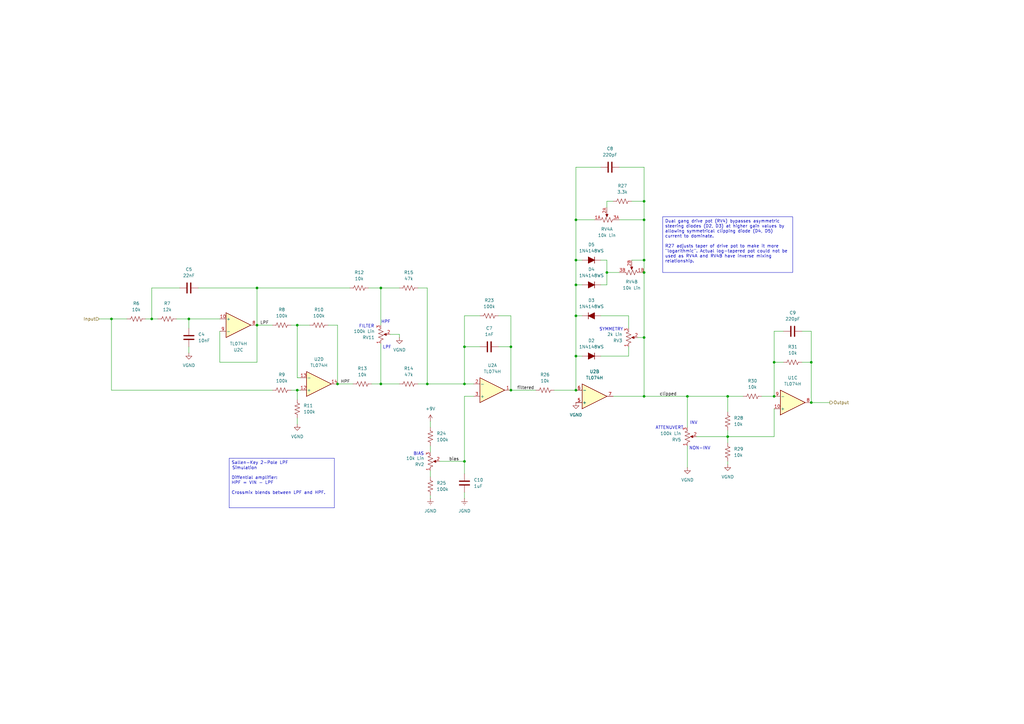
<source format=kicad_sch>
(kicad_sch (version 20250114) (generator "eeschema") (generator_version "9.0")
  (paper "A3")
  (title_block (title "Over-Complicated Distortion (OCD)") (date "2025-09-14") (rev "A") (company "Osprey Instruments"))
  (lib_symbols
    (symbol "Amplifier_Operational:TL074" (pin_names (offset 0.127))
      (property "Reference" "U" (at 0 5.08 0))
      (property "Value" "TL074" (at 0 -5.08 0))
      (symbol "TL074_1_1"
        (polyline (pts (xy -5.08 5.08) (xy 5.08 0) (xy -5.08 -5.08) (xy -5.08 5.08)) (stroke (width 0.254)) (fill (type background)))
        (pin input line (at -7.62 2.54 0) (length 2.54) (name "+") (number "3"))
        (pin input line (at -7.62 -2.54 0) (length 2.54) (name "-") (number "2"))
        (pin output line (at 7.62 0 180) (length 2.54) (name "~") (number "1"))
      )
      (symbol "TL074_2_1"
        (polyline (pts (xy -5.08 5.08) (xy 5.08 0) (xy -5.08 -5.08) (xy -5.08 5.08)) (stroke (width 0.254)) (fill (type background)))
        (pin input line (at -7.62 2.54 0) (length 2.54) (name "+") (number "5"))
        (pin input line (at -7.62 -2.54 0) (length 2.54) (name "-") (number "6"))
        (pin output line (at 7.62 0 180) (length 2.54) (name "~") (number "7"))
      )
      (symbol "TL074_3_1"
        (polyline (pts (xy -5.08 5.08) (xy 5.08 0) (xy -5.08 -5.08) (xy -5.08 5.08)) (stroke (width 0.254)) (fill (type background)))
        (pin input line (at -7.62 2.54 0) (length 2.54) (name "+") (number "10"))
        (pin input line (at -7.62 -2.54 0) (length 2.54) (name "-") (number "9"))
        (pin output line (at 7.62 0 180) (length 2.54) (name "~") (number "8"))
      )
      (symbol "TL074_4_1"
        (polyline (pts (xy -5.08 5.08) (xy 5.08 0) (xy -5.08 -5.08) (xy -5.08 5.08)) (stroke (width 0.254)) (fill (type background)))
        (pin input line (at -7.62 2.54 0) (length 2.54) (name "+") (number "12"))
        (pin input line (at -7.62 -2.54 0) (length 2.54) (name "-") (number "13"))
        (pin output line (at 7.62 0 180) (length 2.54) (name "~") (number "14"))
      )
      (symbol "TL074_5_1"
        (pin power_in line (at -2.54 7.62 270) (length 3.81) (name "V+") (number "4"))
        (pin power_in line (at -2.54 -7.62 90) (length 3.81) (name "V-") (number "11"))
      )
    )
    (symbol "Device:C" (pin_numbers (hide yes)) (pin_names (offset 0.254))
      (property "Reference" "C" (at 0.635 2.54 0))
      (property "Value" "C" (at 0.635 -2.54 0))
      (symbol "C_0_1"
        (polyline (pts (xy -2.032 0.762) (xy 2.032 0.762)) (stroke (width 0.508)))
        (polyline (pts (xy -2.032 -0.762) (xy 2.032 -0.762)) (stroke (width 0.508)))
      )
      (symbol "C_1_1"
        (pin passive line (at 0 3.81 270) (length 2.794) (name "~") (number "1"))
        (pin passive line (at 0 -3.81 90) (length 2.794) (name "~") (number "2"))
      )
    )
    (symbol "Device:R_Potentiometer_US" (pin_names (offset 1.016) (hide yes))
      (property "Reference" "RV" (at -4.445 0 90))
      (property "Value" "R_Potentiometer_US" (at -2.54 0 90))
      (symbol "R_Potentiometer_US_0_1"
        (polyline (pts (xy 0 2.54) (xy 0 2.286)))
        (polyline (pts (xy 0 2.286) (xy 1.016 1.905) (xy 0 1.524) (xy -1.016 1.143) (xy 0 0.762)))
        (polyline (pts (xy 0 0.762) (xy 1.016 0.381) (xy 0 0) (xy -1.016 -0.381) (xy 0 -0.762)))
        (polyline (pts (xy 0 -0.762) (xy 1.016 -1.143) (xy 0 -1.524) (xy -1.016 -1.905) (xy 0 -2.286)))
        (polyline (pts (xy 0 -2.286) (xy 0 -2.54)))
        (polyline (pts (xy 1.143 0) (xy 2.286 0.508) (xy 2.286 -0.508) (xy 1.143 0)) (fill (type outline)))
        (polyline (pts (xy 2.54 0) (xy 1.524 0)))
      )
      (symbol "R_Potentiometer_US_1_1"
        (pin passive line (at 0 3.81 270) (length 1.27) (name "1") (number "1"))
        (pin passive line (at 0 -3.81 90) (length 1.27) (name "3") (number "3"))
        (pin passive line (at 3.81 0 180) (length 1.27) (name "2") (number "2"))
      )
    )
    (symbol "Device:R_US" (pin_numbers (hide yes)) (pin_names (offset 0))
      (property "Reference" "R" (at 2.54 0 90))
      (property "Value" "R_US" (at -2.54 0 90))
      (symbol "R_US_0_1"
        (polyline (pts (xy 0 2.286) (xy 0 2.54)))
        (polyline (pts (xy 0 2.286) (xy 1.016 1.905) (xy 0 1.524) (xy -1.016 1.143) (xy 0 0.762)))
        (polyline (pts (xy 0 0.762) (xy 1.016 0.381) (xy 0 0) (xy -1.016 -0.381) (xy 0 -0.762)))
        (polyline (pts (xy 0 -0.762) (xy 1.016 -1.143) (xy 0 -1.524) (xy -1.016 -1.905) (xy 0 -2.286)))
        (polyline (pts (xy 0 -2.286) (xy 0 -2.54)))
      )
      (symbol "R_US_1_1"
        (pin passive line (at 0 3.81 270) (length 1.27) (name "~") (number "1"))
        (pin passive line (at 0 -3.81 90) (length 1.27) (name "~") (number "2"))
      )
    )
    (symbol "Osprey_Symbols:Potentiometer_Dual"
      (property "Reference" "RV" (at -4.064 0 90))
      (property "Value" "Value" (at -2.286 0 90))
      (symbol "Potentiometer_Dual_0_1"
        (polyline (pts (xy 0 2.54) (xy 0 2.286)))
        (polyline (pts (xy 0 2.286) (xy 1.016 1.905) (xy 0 1.524) (xy -1.016 1.143) (xy 0 0.762)))
        (polyline (pts (xy 0 0.762) (xy 1.016 0.381) (xy 0 0) (xy -1.016 -0.381) (xy 0 -0.762)))
        (polyline (pts (xy 0 -0.762) (xy 1.016 -1.143) (xy 0 -1.524) (xy -1.016 -1.905) (xy 0 -2.286)))
        (polyline (pts (xy 0 -2.286) (xy 0 -2.54)))
        (polyline (pts (xy 1.143 0) (xy 2.286 0.508) (xy 2.286 -0.508) (xy 1.143 0)) (fill (type outline)))
        (polyline (pts (xy 2.54 0) (xy 1.524 0)))
      )
      (symbol "Potentiometer_Dual_1_1"
        (pin passive line (at 0 5.08 270) (length 2.54) (name "1A") (number "1A"))
        (pin passive line (at 0 -5.08 90) (length 2.54) (name "3A") (number "3A"))
        (pin passive line (at 5.08 0 180) (length 2.54) (name "2A") (number "2A"))
      )
      (symbol "Potentiometer_Dual_2_1"
        (pin passive line (at 0 5.08 270) (length 2.54) (name "1B") (number "1B"))
        (pin passive line (at 0 -5.08 90) (length 2.54) (name "3B") (number "3B"))
        (pin passive line (at 5.08 0 180) (length 2.54) (name "2B") (number "2B"))
      )
    )
    (symbol "PCM_Diode_AKL:1N4148WS" (pin_numbers (hide yes)) (pin_names (offset 1.016) (hide yes))
      (property "Reference" "D" (at 0 5.08 0))
      (property "Value" "1N4148WS" (at 0 2.54 0))
      (symbol "1N4148WS_0_1"
        (polyline (pts (xy -1.27 1.27) (xy -1.27 -1.27) (xy 1.27 0) (xy -1.27 1.27)) (stroke (width 0.254)) (fill (type outline)))
        (polyline (pts (xy -1.27 0) (xy 1.27 0)))
        (polyline (pts (xy 1.27 1.27) (xy 1.27 -1.27)) (stroke (width 0.254)))
      )
      (symbol "1N4148WS_0_2"
        (polyline (pts (xy -2.54 -2.54) (xy 2.54 2.54)))
        (polyline (pts (xy -0.889 -0.889) (xy -1.778 0) (xy 0.889 0.889) (xy 0 -1.778) (xy -0.889 -0.889)) (stroke (width 0.254)) (fill (type outline)))
        (polyline (pts (xy 0 1.778) (xy 1.778 0)) (stroke (width 0.254)))
      )
      (symbol "1N4148WS_1_1"
        (pin passive line (at -3.81 0 0) (length 2.54) (name "A") (number "2"))
        (pin passive line (at 3.81 0 180) (length 2.54) (name "K") (number "1"))
      )
      (symbol "1N4148WS_1_2"
        (pin passive line (at -2.54 -2.54 0) (length 0) (name "A") (number "2"))
        (pin passive line (at 2.54 2.54 180) (length 0) (name "K") (number "1"))
      )
    )
    (symbol "power:+9V" (power) (pin_numbers (hide yes)) (pin_names (offset 0) (hide yes))
      (property "Value" "+9V" (at 0 3.556 0))
      (symbol "+9V_0_1"
        (polyline (pts (xy -0.762 1.27) (xy 0 2.54)))
        (polyline (pts (xy 0 2.54) (xy 0.762 1.27)))
        (polyline (pts (xy 0 0) (xy 0 2.54)))
      )
      (symbol "+9V_1_1"
        (pin power_in line (at 0 0 90) (length 0) (name "~") (number "1"))
      )
    )
    (symbol "power:Earth" (power) (pin_numbers (hide yes)) (pin_names (offset 0) (hide yes))
      (property "Value" "Earth" (at 0 -3.81 0))
      (symbol "Earth_0_1"
        (polyline (pts (xy -0.635 -1.905) (xy 0.635 -1.905)))
        (polyline (pts (xy -0.127 -2.54) (xy 0.127 -2.54)))
        (polyline (pts (xy 0 -1.27) (xy 0 0)))
        (polyline (pts (xy 1.27 -1.27) (xy -1.27 -1.27)))
      )
      (symbol "Earth_1_1"
        (pin power_in line (at 0 0 270) (length 0) (name "~") (number "1"))
      )
    )
    (symbol "power:GND" (power) (pin_numbers (hide yes)) (pin_names (offset 0) (hide yes))
      (property "Value" "GND" (at 0 -3.81 0))
      (symbol "GND_0_1"
        (polyline (pts (xy 0 0) (xy 0 -1.27) (xy 1.27 -1.27) (xy 0 -2.54) (xy -1.27 -1.27) (xy 0 -1.27)))
      )
      (symbol "GND_1_1"
        (pin power_in line (at 0 0 270) (length 0) (name "~") (number "1"))
      )
    )
  )
  (text "ATTENUVERT" (at 274.574 175.514 0) (effects (font (size 1.27 1.27))))
  (text "FILTER" (at 150.368 133.858 0) (effects (font (size 1.27 1.27))))
  (text "BIAS" (at 171.704 186.182 0) (effects (font (size 1.27 1.27))))
  (text "HPF" (at 158.242 132.08 0) (effects (font (size 1.27 1.27))))
  (text "INV" (at 284.48 173.482 0) (effects (font (size 1.27 1.27))))
  (text "LPF\n" (at 158.75 142.494 0) (effects (font (size 1.27 1.27))))
  (text "NON-INV" (at 287.02 183.896 0) (effects (font (size 1.27 1.27))))
  (text "SYMMETRY" (at 250.698 135.128 0) (effects (font (size 1.27 1.27))))
  (text "Simulation" (at 100.33 192.024 0) (effects (font (size 1.27 1.27))))
  (text_box "Sallen-Key 2-Pole LPF\n\n\nDiffential amplifier:\nHPF = VIN - LPF\n\nCrossmix blends between LPF and HPF." (at 93.98 187.96 0) (size 43.18 20.32) (margins 0.9525 0.9525 0.9525 0.9525) (effects (font (size 1.27 1.27)) (justify left top)))
  (text_box "Dual gang drive pot (RV4) bypasses asymmetric steering diodes (D2, D3) at higher gain values by allowing symmetrical clipping diode (D4, D5) current to dominate.\n\nR27 adjusts taper of drive pot to make it more \"logarithmic\". Actual log-tapered pot could not be used as RV4A and RV4B have inverse mixing relationship." (at 271.78 88.9 0) (size 53.34 22.86) (margins 0.9525 0.9525 0.9525 0.9525) (effects (font (size 1.27 1.27)) (justify left top)))
  (junction (at 281.94 162.56))
  (junction (at 156.21 118.11))
  (junction (at 62.23 130.81))
  (junction (at 264.16 106.68))
  (junction (at 332.74 148.59))
  (junction (at 264.16 111.76))
  (junction (at 45.72 130.81))
  (junction (at 156.21 157.48))
  (junction (at 121.92 133.35))
  (junction (at 264.16 138.43))
  (junction (at 236.22 129.54))
  (junction (at 175.26 157.48))
  (junction (at 317.5 148.59))
  (junction (at 121.92 160.02))
  (junction (at 77.47 130.81))
  (junction (at 236.22 146.05))
  (junction (at 298.45 179.07))
  (junction (at 317.5 162.56))
  (junction (at 209.55 142.24))
  (junction (at 236.22 90.17))
  (junction (at 264.16 162.56))
  (junction (at 248.92 111.76))
  (junction (at 236.22 106.68))
  (junction (at 190.5 157.48))
  (junction (at 236.22 116.84))
  (junction (at 105.41 118.11))
  (junction (at 264.16 90.17))
  (junction (at 264.16 82.55))
  (junction (at 332.74 165.1))
  (junction (at 298.45 162.56))
  (junction (at 138.43 157.48))
  (junction (at 236.22 160.02))
  (junction (at 190.5 142.24))
  (junction (at 209.55 160.02))
  (junction (at 190.5 189.23))
  (junction (at 105.41 133.35))
  (wire (pts (xy 52.07 130.81) (xy 45.72 130.81)))
  (wire (pts (xy 62.23 130.81) (xy 64.77 130.81)))
  (wire (pts (xy 176.53 193.04) (xy 176.53 195.58)))
  (wire (pts (xy 121.92 154.94) (xy 123.19 154.94)))
  (wire (pts (xy 156.21 157.48) (xy 152.4 157.48)))
  (wire (pts (xy 105.41 118.11) (xy 143.51 118.11)))
  (wire (pts (xy 121.92 160.02) (xy 121.92 163.83)))
  (wire (pts (xy 171.45 118.11) (xy 175.26 118.11)))
  (wire (pts (xy 264.16 90.17) (xy 264.16 106.68)))
  (wire (pts (xy 180.34 189.23) (xy 190.5 189.23)))
  (wire (pts (xy 190.5 201.93) (xy 190.5 204.47)))
  (wire (pts (xy 190.5 142.24) (xy 190.5 157.48)))
  (wire (pts (xy 236.22 68.58) (xy 236.22 90.17)))
  (wire (pts (xy 254 68.58) (xy 264.16 68.58)))
  (wire (pts (xy 105.41 133.35) (xy 111.76 133.35)))
  (wire (pts (xy 312.42 162.56) (xy 317.5 162.56)))
  (wire (pts (xy 238.76 146.05) (xy 236.22 146.05)))
  (wire (pts (xy 281.94 182.88) (xy 281.94 191.77)))
  (wire (pts (xy 209.55 129.54) (xy 209.55 142.24)))
  (wire (pts (xy 236.22 129.54) (xy 236.22 146.05)))
  (wire (pts (xy 59.69 130.81) (xy 62.23 130.81)))
  (wire (pts (xy 238.76 106.68) (xy 236.22 106.68)))
  (wire (pts (xy 248.92 82.55) (xy 248.92 85.09)))
  (wire (pts (xy 259.08 106.68) (xy 264.16 106.68)))
  (wire (pts (xy 138.43 157.48) (xy 144.78 157.48)))
  (wire (pts (xy 264.16 162.56) (xy 281.94 162.56)))
  (wire (pts (xy 321.31 135.89) (xy 317.5 135.89)))
  (wire (pts (xy 190.5 157.48) (xy 194.31 157.48)))
  (wire (pts (xy 209.55 142.24) (xy 209.55 160.02)))
  (wire (pts (xy 163.83 138.43) (xy 163.83 137.16)))
  (wire (pts (xy 156.21 118.11) (xy 163.83 118.11)))
  (wire (pts (xy 121.92 133.35) (xy 127 133.35)))
  (wire (pts (xy 248.92 116.84) (xy 248.92 111.76)))
  (wire (pts (xy 105.41 148.59) (xy 105.41 133.35)))
  (wire (pts (xy 236.22 106.68) (xy 236.22 116.84)))
  (wire (pts (xy 281.94 162.56) (xy 281.94 175.26)))
  (wire (pts (xy 171.45 157.48) (xy 175.26 157.48)))
  (wire (pts (xy 175.26 118.11) (xy 175.26 157.48)))
  (wire (pts (xy 298.45 190.5) (xy 298.45 189.23)))
  (wire (pts (xy 156.21 133.35) (xy 156.21 118.11)))
  (wire (pts (xy 77.47 130.81) (xy 77.47 134.62)))
  (wire (pts (xy 264.16 162.56) (xy 264.16 138.43)))
  (wire (pts (xy 236.22 116.84) (xy 236.22 129.54)))
  (wire (pts (xy 285.75 179.07) (xy 298.45 179.07)))
  (wire (pts (xy 190.5 129.54) (xy 190.5 142.24)))
  (wire (pts (xy 227.33 160.02) (xy 236.22 160.02)))
  (wire (pts (xy 257.81 146.05) (xy 257.81 142.24)))
  (wire (pts (xy 236.22 90.17) (xy 236.22 106.68)))
  (wire (pts (xy 121.92 133.35) (xy 119.38 133.35)))
  (wire (pts (xy 257.81 129.54) (xy 257.81 134.62)))
  (wire (pts (xy 138.43 133.35) (xy 138.43 157.48)))
  (wire (pts (xy 298.45 162.56) (xy 298.45 168.91)))
  (wire (pts (xy 119.38 160.02) (xy 121.92 160.02)))
  (wire (pts (xy 81.28 118.11) (xy 105.41 118.11)))
  (wire (pts (xy 121.92 154.94) (xy 121.92 133.35)))
  (wire (pts (xy 332.74 165.1) (xy 340.36 165.1)))
  (wire (pts (xy 111.76 160.02) (xy 45.72 160.02)))
  (wire (pts (xy 261.62 138.43) (xy 264.16 138.43)))
  (wire (pts (xy 105.41 118.11) (xy 105.41 133.35)))
  (wire (pts (xy 190.5 189.23) (xy 190.5 194.31)))
  (wire (pts (xy 332.74 148.59) (xy 332.74 165.1)))
  (wire (pts (xy 204.47 142.24) (xy 209.55 142.24)))
  (wire (pts (xy 90.17 135.89) (xy 90.17 148.59)))
  (wire (pts (xy 72.39 130.81) (xy 77.47 130.81)))
  (wire (pts (xy 248.92 111.76) (xy 248.92 106.68)))
  (wire (pts (xy 298.45 179.07) (xy 298.45 181.61)))
  (wire (pts (xy 156.21 157.48) (xy 163.83 157.48)))
  (wire (pts (xy 317.5 179.07) (xy 298.45 179.07)))
  (wire (pts (xy 328.93 135.89) (xy 332.74 135.89)))
  (wire (pts (xy 317.5 148.59) (xy 317.5 162.56)))
  (wire (pts (xy 156.21 118.11) (xy 151.13 118.11)))
  (wire (pts (xy 332.74 135.89) (xy 332.74 148.59)))
  (wire (pts (xy 190.5 189.23) (xy 190.5 162.56)))
  (wire (pts (xy 121.92 160.02) (xy 123.19 160.02)))
  (wire (pts (xy 190.5 162.56) (xy 194.31 162.56)))
  (wire (pts (xy 248.92 111.76) (xy 254 111.76)))
  (wire (pts (xy 156.21 140.97) (xy 156.21 157.48)))
  (wire (pts (xy 73.66 118.11) (xy 62.23 118.11)))
  (wire (pts (xy 246.38 129.54) (xy 257.81 129.54)))
  (wire (pts (xy 175.26 157.48) (xy 190.5 157.48)))
  (wire (pts (xy 176.53 172.72) (xy 176.53 175.26)))
  (wire (pts (xy 264.16 138.43) (xy 264.16 111.76)))
  (wire (pts (xy 251.46 162.56) (xy 264.16 162.56)))
  (wire (pts (xy 317.5 167.64) (xy 317.5 179.07)))
  (wire (pts (xy 264.16 106.68) (xy 264.16 111.76)))
  (wire (pts (xy 251.46 82.55) (xy 248.92 82.55)))
  (wire (pts (xy 236.22 146.05) (xy 236.22 160.02)))
  (wire (pts (xy 134.62 133.35) (xy 138.43 133.35)))
  (wire (pts (xy 264.16 68.58) (xy 264.16 82.55)))
  (wire (pts (xy 321.31 148.59) (xy 317.5 148.59)))
  (wire (pts (xy 121.92 171.45) (xy 121.92 173.99)))
  (wire (pts (xy 264.16 82.55) (xy 264.16 90.17)))
  (wire (pts (xy 77.47 130.81) (xy 90.17 130.81)))
  (wire (pts (xy 298.45 176.53) (xy 298.45 179.07)))
  (wire (pts (xy 236.22 129.54) (xy 238.76 129.54)))
  (wire (pts (xy 77.47 142.24) (xy 77.47 144.78)))
  (wire (pts (xy 243.84 90.17) (xy 236.22 90.17)))
  (wire (pts (xy 163.83 137.16) (xy 160.02 137.16)))
  (wire (pts (xy 204.47 129.54) (xy 209.55 129.54)))
  (wire (pts (xy 209.55 160.02) (xy 219.71 160.02)))
  (wire (pts (xy 248.92 106.68) (xy 246.38 106.68)))
  (wire (pts (xy 328.93 148.59) (xy 332.74 148.59)))
  (wire (pts (xy 62.23 118.11) (xy 62.23 130.81)))
  (wire (pts (xy 90.17 148.59) (xy 105.41 148.59)))
  (wire (pts (xy 190.5 142.24) (xy 196.85 142.24)))
  (wire (pts (xy 196.85 129.54) (xy 190.5 129.54)))
  (wire (pts (xy 281.94 162.56) (xy 298.45 162.56)))
  (wire (pts (xy 259.08 82.55) (xy 264.16 82.55)))
  (wire (pts (xy 298.45 162.56) (xy 304.8 162.56)))
  (wire (pts (xy 236.22 116.84) (xy 238.76 116.84)))
  (wire (pts (xy 176.53 182.88) (xy 176.53 185.42)))
  (wire (pts (xy 246.38 68.58) (xy 236.22 68.58)))
  (wire (pts (xy 254 90.17) (xy 264.16 90.17)))
  (wire (pts (xy 40.64 130.81) (xy 45.72 130.81)))
  (wire (pts (xy 246.38 146.05) (xy 257.81 146.05)))
  (wire (pts (xy 246.38 116.84) (xy 248.92 116.84)))
  (wire (pts (xy 176.53 203.2) (xy 176.53 204.47)))
  (wire (pts (xy 45.72 130.81) (xy 45.72 160.02)))
  (wire (pts (xy 317.5 135.89) (xy 317.5 148.59)))
  (label "filtered" (at 212.09 160.02 0))
  (label "LPF" (at 106.68 133.35 0))
  (label "clipped" (at 270.51 162.56 0))
  (label "bias" (at 184.15 189.23 0))
  (label "HPF" (at 139.7 157.48 0))
  (hierarchical_label "Input" (shape input) (at 40.64 130.81 180))
  (hierarchical_label "Output" (shape output) (at 340.36 165.1 0))
  (symbol (lib_id "power:GND") (at 281.94 191.77 0) (unit 1)
    (property "Reference" "#PWR021" (effects (hide yes)))
    (property "Value" "VGND" (at 281.94 196.85 0))
    (property "Description" "Power symbol creates a global label with name \"GND\" , ground" (effects (hide yes)))
  )
  (symbol (lib_id "Device:R_US") (at 130.81 133.35 90) (unit 1)
    (property "Reference" "R10" (at 130.81 127 90))
    (property "Value" "100k" (at 130.81 129.54 90))
    (property "Description" "Resistor, US symbol" (effects (hide yes)))
  )
  (symbol (lib_id "Device:R_US") (at 298.45 185.42 180) (unit 1)
    (property "Reference" "R29" (at 300.99 184.1499 0) (effects (justify right)))
    (property "Value" "10k" (at 300.99 186.6899 0) (effects (justify right)))
    (property "Description" "Resistor, US symbol" (effects (hide yes)))
  )
  (symbol (lib_id "Device:R_US") (at 68.58 130.81 90) (unit 1)
    (property "Reference" "R7" (at 68.58 124.46 90))
    (property "Value" "12k" (at 68.58 127 90))
    (property "Description" "Resistor, US symbol" (effects (hide yes)))
  )
  (symbol (lib_id "power:GND") (at 298.45 190.5 0) (unit 1)
    (property "Reference" "#PWR022" (effects (hide yes)))
    (property "Value" "VGND" (at 298.45 195.58 0))
    (property "Description" "Power symbol creates a global label with name \"GND\" , ground" (effects (hide yes)))
  )
  (symbol (lib_id "PCM_Diode_AKL:1N4148WS") (at 242.57 116.84 0) (unit 1)
    (property "Reference" "D4" (at 242.57 110.49 0))
    (property "Value" "1N4148WS" (at 242.57 113.03 0))
    (property "Footprint" "PCM_Diode_SMD_AKL:D_SOD-323" (effects (hide yes)))
    (property "Datasheet" "https://datasheet.octopart.com/1N4148WS-13-F-Diodes-Inc.-datasheet-11839050.pdf" (effects (hide yes)))
    (property "Description" "SOD-323 Diode, Small Signal, Fast Switching, 75V, 150mA, 4ns, Alternate KiCad Library" (effects (hide yes)))
  )
  (symbol (lib_id "Device:R_Potentiometer_US") (at 257.81 138.43 0) (mirror x) (unit 1)
    (property "Reference" "RV3" (at 255.27 139.7001 0) (effects (justify right)))
    (property "Value" "2k Lin" (at 255.27 137.1601 0) (effects (justify right)))
    (property "Footprint" "Osprey_Footprints:RV16AF-41" (effects (hide yes)))
    (property "Datasheet" "https://www.taydaelectronics.com/datasheets/files/A-5419-1.pdf" (effects (hide yes)))
    (property "Description" "TAYDA 2K OHM Linear Taper Potentiometer PCB Mount Round Shaft Dia: 6.35mm" (effects (hide yes)))
    (property "Manufacturer" " Tayda Electronics" (effects (hide yes)))
    (property "Part Number" " RV16AF-41-15R1-B2K" (effects (hide yes)))
    (property "Distributer" "TAYDA" (effects (hide yes)))
    (property "SKU" "A-3921" (effects (hide yes)))
  )
  (symbol (lib_id "PCM_Diode_AKL:1N4148WS") (at 242.57 106.68 0) (unit 1)
    (property "Reference" "D5" (at 242.57 100.33 0))
    (property "Value" "1N4148WS" (at 242.57 102.87 0))
    (property "Footprint" "PCM_Diode_SMD_AKL:D_SOD-323" (effects (hide yes)))
    (property "Datasheet" "https://datasheet.octopart.com/1N4148WS-13-F-Diodes-Inc.-datasheet-11839050.pdf" (effects (hide yes)))
    (property "Description" "SOD-323 Diode, Small Signal, Fast Switching, 75V, 150mA, 4ns, Alternate KiCad Library" (effects (hide yes)))
  )
  (symbol (lib_id "Device:R_US") (at 115.57 160.02 90) (unit 1)
    (property "Reference" "R9" (at 115.57 153.67 90))
    (property "Value" "100k" (at 115.57 156.21 90))
    (property "Description" "Resistor, US symbol" (effects (hide yes)))
  )
  (symbol (lib_id "Amplifier_Operational:TL074") (at 130.81 157.48 0) (mirror x) (unit 4)
    (property "Reference" "U2" (at 130.81 147.32 0))
    (property "Value" "TL074H" (at 130.81 149.86 0))
    (property "Footprint" "Package_SO:SOIC-14_3.9x8.7mm_P1.27mm" (effects (hide yes)))
    (property "Datasheet" "http://www.ti.com/lit/ds/symlink/tl071.pdf" (effects (hide yes)))
    (property "Description" "Quad Low-Noise JFET-Input Operational Amplifiers, DIP-14/SOIC-14" (effects (hide yes)))
    (property "Manufacturer" "Texas Instruments" (effects (hide yes)))
    (property "Part Number" "TL074HIDR" (effects (hide yes)))
  )
  (symbol (lib_id "Device:R_US") (at 176.53 199.39 180) (unit 1)
    (property "Reference" "R25" (at 179.07 198.1199 0) (effects (justify right)))
    (property "Value" "100k" (at 179.07 200.6599 0) (effects (justify right)))
    (property "Description" "Resistor, US symbol" (effects (hide yes)))
  )
  (symbol (lib_id "power:Earth") (at 176.53 204.47 0) (unit 1)
    (property "Reference" "#PWR019" (effects (hide yes)))
    (property "Value" "JGND" (at 176.53 209.55 0))
    (property "Description" "Power symbol creates a global label with name \"Earth\"" (effects (hide yes)))
  )
  (symbol (lib_id "Device:R_US") (at 255.27 82.55 90) (unit 1)
    (property "Reference" "R27" (at 255.27 76.2 90))
    (property "Value" "3.3k" (at 255.27 78.74 90))
    (property "Description" "Resistor, US symbol" (effects (hide yes)))
  )
  (symbol (lib_id "PCM_Diode_AKL:1N4148WS") (at 242.57 146.05 0) (unit 1)
    (property "Reference" "D2" (at 242.57 139.7 0))
    (property "Value" "1N4148WS" (at 242.57 142.24 0))
    (property "Footprint" "PCM_Diode_SMD_AKL:D_SOD-323" (effects (hide yes)))
    (property "Datasheet" "https://datasheet.octopart.com/1N4148WS-13-F-Diodes-Inc.-datasheet-11839050.pdf" (effects (hide yes)))
    (property "Description" "SOD-323 Diode, Small Signal, Fast Switching, 75V, 150mA, 4ns, Alternate KiCad Library" (effects (hide yes)))
  )
  (symbol (lib_id "power:GND") (at 236.22 165.1 0) (unit 1)
    (property "Reference" "#PWR020" (effects (hide yes)))
    (property "Value" "VGND" (at 236.22 170.18 0))
    (property "Description" "Power symbol creates a global label with name \"GND\" , ground" (effects (hide yes)))
  )
  (symbol (lib_id "power:GND") (at 163.83 138.43 0) (unit 1)
    (property "Reference" "#PWR014" (effects (hide yes)))
    (property "Value" "VGND" (at 163.83 143.51 0))
    (property "Description" "Power symbol creates a global label with name \"GND\" , ground" (effects (hide yes)))
  )
  (symbol (lib_id "Amplifier_Operational:TL074") (at 201.93 160.02 0) (mirror x) (unit 1)
    (property "Reference" "U2" (at 201.93 149.86 0))
    (property "Value" "TL074H" (at 201.93 152.4 0))
    (property "Footprint" "Package_SO:SOIC-14_3.9x8.7mm_P1.27mm" (effects (hide yes)))
    (property "Datasheet" "http://www.ti.com/lit/ds/symlink/tl071.pdf" (effects (hide yes)))
    (property "Description" "Quad Low-Noise JFET-Input Operational Amplifiers, DIP-14/SOIC-14" (effects (hide yes)))
    (property "Manufacturer" "Texas Instruments" (effects (hide yes)))
    (property "Part Number" "TL074HIDR" (effects (hide yes)))
  )
  (symbol (lib_id "Device:R_US") (at 308.61 162.56 270) (unit 1)
    (property "Reference" "R30" (at 308.61 156.21 90))
    (property "Value" "10k" (at 308.61 158.75 90))
    (property "Description" "Resistor, US symbol" (effects (hide yes)))
  )
  (symbol (lib_id "Device:C") (at 325.12 135.89 270) (unit 1)
    (property "Reference" "C9" (at 325.12 128.27 90))
    (property "Value" "220pF" (at 325.12 130.81 90))
    (property "Description" "Unpolarized capacitor" (effects (hide yes)))
  )
  (symbol (lib_id "Device:R_Potentiometer_US") (at 156.21 137.16 0) (mirror x) (unit 1)
    (property "Reference" "RV11" (at 153.67 138.4301 0) (effects (justify right)))
    (property "Value" "100k Lin" (at 153.67 135.8901 0) (effects (justify right)))
    (property "Footprint" "Osprey_Footprints:RV16AF-41" (effects (hide yes)))
    (property "Datasheet" "https://www.taydaelectronics.com/datasheets/files/A-5419-1.pdf" (effects (hide yes)))
    (property "Description" "TAYDA 100K OHM Linear Taper Potentiometer PCB Mount Round Shaft Dia: 6.35mm" (effects (hide yes)))
    (property "Manufacturer" " Tayda Electronics" (effects (hide yes)))
    (property "Part Number" " RV16106NO-OS15A00-B100K-060C" (effects (hide yes)))
    (property "Distributer" "TAYDA" (effects (hide yes)))
    (property "SKU" "A-5519" (effects (hide yes)))
  )
  (symbol (lib_id "power:GND") (at 77.47 144.78 0) (unit 1)
    (property "Reference" "#PWR012" (effects (hide yes)))
    (property "Value" "VGND" (at 77.47 149.86 0))
    (property "Description" "Power symbol creates a global label with name \"GND\" , ground" (effects (hide yes)))
  )
  (symbol (lib_id "Device:R_US") (at 115.57 133.35 90) (unit 1)
    (property "Reference" "R8" (at 115.57 127 90))
    (property "Value" "100k" (at 115.57 129.54 90))
    (property "Description" "Resistor, US symbol" (effects (hide yes)))
  )
  (symbol (lib_id "Device:R_US") (at 325.12 148.59 270) (unit 1)
    (property "Reference" "R31" (at 325.12 142.24 90))
    (property "Value" "10k" (at 325.12 144.78 90))
    (property "Description" "Resistor, US symbol" (effects (hide yes)))
  )
  (symbol (lib_id "Device:C") (at 77.47 118.11 270) (unit 1)
    (property "Reference" "C5" (at 77.47 110.49 90))
    (property "Value" "22nF" (at 77.47 113.03 90))
    (property "Description" "Unpolarized capacitor" (effects (hide yes)))
  )
  (symbol (lib_id "Device:R_US") (at 298.45 172.72 180) (unit 1)
    (property "Reference" "R28" (at 300.99 171.4499 0) (effects (justify right)))
    (property "Value" "10k" (at 300.99 173.9899 0) (effects (justify right)))
    (property "Description" "Resistor, US symbol" (effects (hide yes)))
  )
  (symbol (lib_id "power:+9V") (at 176.53 172.72 0) (unit 1)
    (property "Reference" "#PWR018" (effects (hide yes)))
    (property "Value" "+9V" (at 176.53 167.64 0))
    (property "Description" "Power symbol creates a global label with name \"+9V\"" (effects (hide yes)))
  )
  (symbol (lib_id "Device:R_US") (at 200.66 129.54 90) (unit 1)
    (property "Reference" "R23" (at 200.66 123.19 90))
    (property "Value" "100k" (at 200.66 125.73 90))
    (property "Description" "Resistor, US symbol" (effects (hide yes)))
  )
  (symbol (lib_id "Device:C") (at 77.47 138.43 180) (unit 1)
    (property "Reference" "C4" (at 81.28 137.1599 0) (effects (justify right)))
    (property "Value" "10nF" (at 81.28 139.6999 0) (effects (justify right)))
    (property "Description" "Unpolarized capacitor" (effects (hide yes)))
  )
  (symbol (lib_id "Amplifier_Operational:TL074") (at 243.84 162.56 0) (mirror x) (unit 2)
    (property "Reference" "U2" (at 243.84 152.4 0))
    (property "Value" "TL074H" (at 243.84 154.94 0))
    (property "Footprint" "Package_SO:SOIC-14_3.9x8.7mm_P1.27mm" (effects (hide yes)))
    (property "Datasheet" "http://www.ti.com/lit/ds/symlink/tl071.pdf" (effects (hide yes)))
    (property "Description" "Quad Low-Noise JFET-Input Operational Amplifiers, DIP-14/SOIC-14" (effects (hide yes)))
    (property "Manufacturer" "Texas Instruments" (effects (hide yes)))
    (property "Part Number" "TL074HIDR" (effects (hide yes)))
  )
  (symbol (lib_id "Amplifier_Operational:TL074") (at 325.12 165.1 0) (mirror x) (unit 3)
    (property "Reference" "U1" (at 325.12 154.94 0))
    (property "Value" "TL074H" (at 325.12 157.48 0))
    (property "Footprint" "Package_SO:SOIC-14_3.9x8.7mm_P1.27mm" (effects (hide yes)))
    (property "Datasheet" "http://www.ti.com/lit/ds/symlink/tl071.pdf" (effects (hide yes)))
    (property "Description" "Quad Low-Noise JFET-Input Operational Amplifiers, DIP-14/SOIC-14" (effects (hide yes)))
    (property "Manufacturer" "Texas Instruments" (effects (hide yes)))
    (property "Part Number" "TL074HIDR" (effects (hide yes)))
  )
  (symbol (lib_id "Device:R_US") (at 223.52 160.02 90) (unit 1)
    (property "Reference" "R26" (at 223.52 153.67 90))
    (property "Value" "10k" (at 223.52 156.21 90))
    (property "Description" "Resistor, US symbol" (effects (hide yes)))
  )
  (symbol (lib_id "Osprey_Symbols:Potentiometer_Dual") (at 248.92 90.17 90) (unit 1)
    (property "Reference" "RV4" (at 248.92 93.98 90))
    (property "Value" "10k Lin" (at 248.92 96.52 90))
    (property "Footprint" "Osprey_Footprints:RV16A10F-41-(L)R-XXX-3X(3)" (effects (hide yes)))
    (property "Datasheet" "http://www.taydaelectronics.com/datasheets/files/A-5618.pdf" (effects (hide yes)))
    (property "Description" "TAYDA 10K OHM Linear Dual Taper Potentiometer PCB Mount Round Shaft Dia: 6.35mm" (effects (hide yes)))
    (property "Manufacturer" "TAYDA" (effects (hide yes)))
    (property "Part Number" "RV16106GO-0S15AO0-B10K-060" (effects (hide yes)))
    (property "Distributer" "TAYDA" (effects (hide yes)))
    (property "SKU" " A-5680" (effects (hide yes)))
  )
  (symbol (lib_id "Device:R_US") (at 55.88 130.81 90) (unit 1)
    (property "Reference" "R6" (at 55.88 124.46 90))
    (property "Value" "10k" (at 55.88 127 90))
    (property "Description" "Resistor, US symbol" (effects (hide yes)))
  )
  (symbol (lib_id "Device:R_US") (at 147.32 118.11 90) (unit 1)
    (property "Reference" "R12" (at 147.32 111.76 90))
    (property "Value" "10k" (at 147.32 114.3 90))
    (property "Description" "Resistor, US symbol" (effects (hide yes)))
  )
  (symbol (lib_id "Device:R_US") (at 148.59 157.48 90) (unit 1)
    (property "Reference" "R13" (at 148.59 151.13 90))
    (property "Value" "10k" (at 148.59 153.67 90))
    (property "Description" "Resistor, US symbol" (effects (hide yes)))
  )
  (symbol (lib_id "Device:R_US") (at 167.64 157.48 90) (unit 1)
    (property "Reference" "R14" (at 167.64 151.13 90))
    (property "Value" "47k" (at 167.64 153.67 90))
    (property "Description" "Resistor, US symbol" (effects (hide yes)))
  )
  (symbol (lib_id "Device:R_US") (at 121.92 167.64 180) (unit 1)
    (property "Reference" "R11" (at 124.46 166.3699 0) (effects (justify right)))
    (property "Value" "100k" (at 124.46 168.9099 0) (effects (justify right)))
    (property "Description" "Resistor, US symbol" (effects (hide yes)))
  )
  (symbol (lib_id "power:Earth") (at 190.5 204.47 0) (unit 1)
    (property "Reference" "#PWR023" (effects (hide yes)))
    (property "Value" "JGND" (at 190.5 209.55 0))
    (property "Description" "Power symbol creates a global label with name \"Earth\"" (effects (hide yes)))
  )
  (symbol (lib_id "Device:R_Potentiometer_US") (at 176.53 189.23 0) (mirror x) (unit 1)
    (property "Reference" "RV2" (at 173.99 190.5001 0) (effects (justify right)))
    (property "Value" "10k Lin" (at 173.99 187.9601 0) (effects (justify right)))
    (property "Footprint" "Osprey_Footprints:RV16AF-41" (effects (hide yes)))
    (property "Datasheet" "https://www.taydaelectronics.com/datasheets/files/A-5419-1.pdf" (effects (hide yes)))
    (property "Description" "TAYDA 10K OHM Linear Taper Potentiometer PCB Mount Round Shaft Dia: 6.35mm" (effects (hide yes)))
    (property "Manufacturer" " Tayda Electronics" (effects (hide yes)))
    (property "Part Number" " RV16106NO-OS15A00-B10K-060C" (effects (hide yes)))
    (property "Distributer" "TAYDA" (effects (hide yes)))
    (property "SKU" "A-5523" (effects (hide yes)))
  )
  (symbol (lib_id "Device:C") (at 190.5 198.12 0) (unit 1)
    (property "Reference" "C10" (at 194.31 196.8499 0) (effects (justify left)))
    (property "Value" "1uF" (at 194.31 199.3899 0) (effects (justify left)))
    (property "Description" "Unpolarized capacitor" (effects (hide yes)))
  )
  (symbol (lib_id "Amplifier_Operational:TL074") (at 97.79 133.35 0) (unit 3)
    (property "Reference" "U2" (at 97.79 143.51 0))
    (property "Value" "TL074H" (at 97.79 140.97 0))
    (property "Footprint" "Package_SO:SOIC-14_3.9x8.7mm_P1.27mm" (effects (hide yes)))
    (property "Datasheet" "http://www.ti.com/lit/ds/symlink/tl071.pdf" (effects (hide yes)))
    (property "Description" "Quad Low-Noise JFET-Input Operational Amplifiers, DIP-14/SOIC-14" (effects (hide yes)))
    (property "Manufacturer" "Texas Instruments" (effects (hide yes)))
    (property "Part Number" "TL074HIDR" (effects (hide yes)))
  )
  (symbol (lib_id "PCM_Diode_AKL:1N4148WS") (at 242.57 129.54 180) (unit 1)
    (property "Reference" "D3" (at 242.57 123.19 0))
    (property "Value" "1N4148WS" (at 242.57 125.73 0))
    (property "Footprint" "PCM_Diode_SMD_AKL:D_SOD-323" (effects (hide yes)))
    (property "Datasheet" "https://datasheet.octopart.com/1N4148WS-13-F-Diodes-Inc.-datasheet-11839050.pdf" (effects (hide yes)))
    (property "Description" "SOD-323 Diode, Small Signal, Fast Switching, 75V, 150mA, 4ns, Alternate KiCad Library" (effects (hide yes)))
  )
  (symbol (lib_id "Device:R_US") (at 167.64 118.11 90) (unit 1)
    (property "Reference" "R15" (at 167.64 111.76 90))
    (property "Value" "47k" (at 167.64 114.3 90))
    (property "Description" "Resistor, US symbol" (effects (hide yes)))
  )
  (symbol (lib_id "Device:R_US") (at 176.53 179.07 180) (unit 1)
    (property "Reference" "R24" (at 179.07 177.7999 0) (effects (justify right)))
    (property "Value" "100k" (at 179.07 180.3399 0) (effects (justify right)))
    (property "Description" "Resistor, US symbol" (effects (hide yes)))
  )
  (symbol (lib_id "Osprey_Symbols:Potentiometer_Dual") (at 259.08 111.76 270) (mirror x) (unit 2)
    (property "Reference" "RV4" (at 259.08 115.57 90))
    (property "Value" "10k Lin" (at 259.08 118.11 90))
    (property "Footprint" "Osprey_Footprints:RV16A10F-41-(L)R-XXX-3X(3)" (effects (hide yes)))
    (property "Datasheet" "http://www.taydaelectronics.com/datasheets/files/A-5618.pdf" (effects (hide yes)))
    (property "Description" "TAYDA 10K OHM Linear Dual Taper Potentiometer PCB Mount Round Shaft Dia: 6.35mm" (effects (hide yes)))
    (property "Manufacturer" "TAYDA" (effects (hide yes)))
    (property "Part Number" "RV16106GO-0S15AO0-B10K-060" (effects (hide yes)))
    (property "Distributer" "TAYDA" (effects (hide yes)))
    (property "SKU" " A-5680" (effects (hide yes)))
  )
  (symbol (lib_id "Device:C") (at 250.19 68.58 270) (unit 1)
    (property "Reference" "C8" (at 250.19 60.96 90))
    (property "Value" "220pF" (at 250.19 63.5 90))
    (property "Description" "Unpolarized capacitor" (effects (hide yes)))
  )
  (symbol (lib_id "power:GND") (at 121.92 173.99 0) (unit 1)
    (property "Reference" "#PWR013" (effects (hide yes)))
    (property "Value" "VGND" (at 121.92 179.07 0))
    (property "Description" "Power symbol creates a global label with name \"GND\" , ground" (effects (hide yes)))
  )
  (symbol (lib_id "Device:C") (at 200.66 142.24 270) (unit 1)
    (property "Reference" "C7" (at 200.66 134.62 90))
    (property "Value" "1nF" (at 200.66 137.16 90))
    (property "Description" "Unpolarized capacitor" (effects (hide yes)))
  )
  (symbol (lib_id "Device:R_Potentiometer_US") (at 281.94 179.07 0) (mirror x) (unit 1)
    (property "Reference" "RV5" (at 279.4 180.3401 0) (effects (justify right)))
    (property "Value" "100k Lin" (at 279.4 177.8001 0) (effects (justify right)))
    (property "Footprint" "Osprey_Footprints:RV16AF-41" (effects (hide yes)))
    (property "Datasheet" "https://www.taydaelectronics.com/datasheets/files/A-5419-1.pdf" (effects (hide yes)))
    (property "Description" "TAYDA 100K OHM Linear Taper Potentiometer PCB Mount Round Shaft Dia: 6.35mm" (effects (hide yes)))
    (property "Manufacturer" " Tayda Electronics" (effects (hide yes)))
    (property "Part Number" " RV16106NO-OS15A00-B100K-060C" (effects (hide yes)))
    (property "Distributer" "TAYDA" (effects (hide yes)))
    (property "SKU" "A-5519" (effects (hide yes)))
  )
)
</source>
